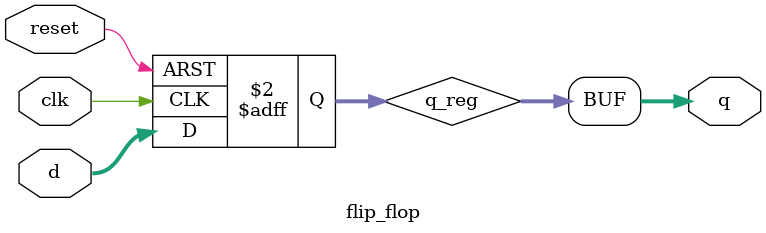
<source format=v>
`timescale 1ns / 1ps

module flip_flop  #(parameter WIDTH = 32) (clk,reset,d,q);

input wire clk, reset;
input wire [WIDTH-1:0] d;
output [WIDTH-1:0] q;

reg [WIDTH-1:0] q_reg;              // Internal register for synchronized reset

always @(posedge clk or posedge reset) 
begin
    if (reset) 
    begin
        q_reg <= {WIDTH{1'b0}};     // Assign reset value to all bits of q_reg
    end 
    else 
    begin
        q_reg <= d;                 // Assign input data to q_reg on positive clock edge
    end
end

// Output q_reg to q
assign q = q_reg;

endmodule
</source>
